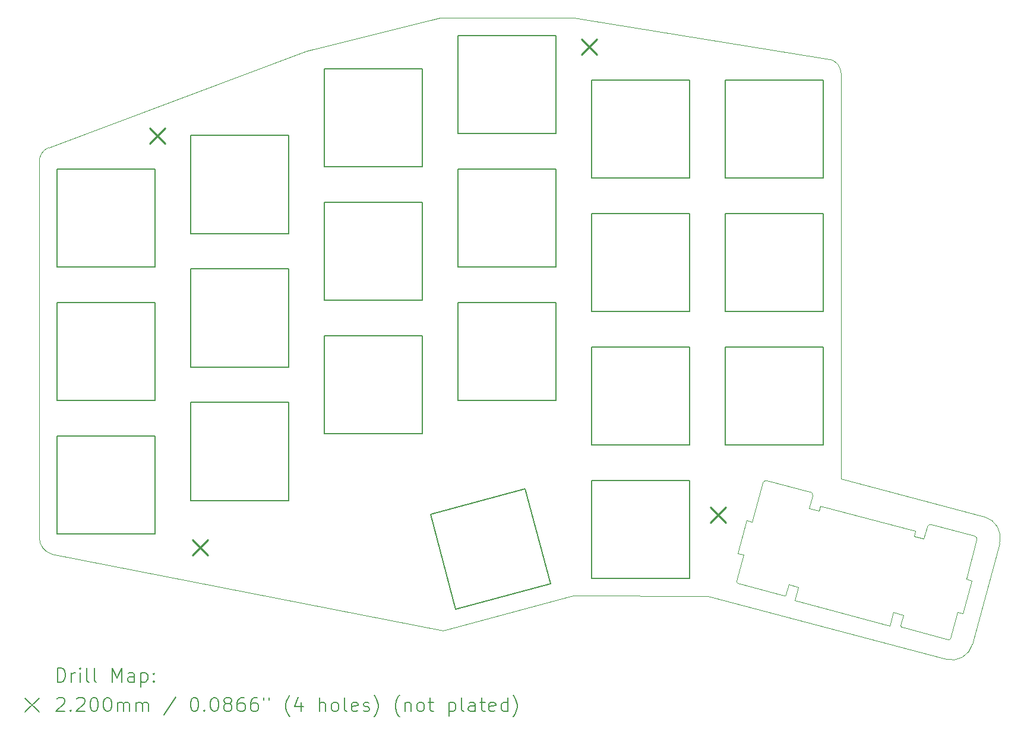
<source format=gbr>
%TF.GenerationSoftware,KiCad,Pcbnew,8.0.4*%
%TF.CreationDate,2024-08-16T14:16:46+09:00*%
%TF.ProjectId,TrueStrike42-top-plate,54727565-5374-4726-996b-6534322d746f,rev?*%
%TF.SameCoordinates,Original*%
%TF.FileFunction,Drillmap*%
%TF.FilePolarity,Positive*%
%FSLAX45Y45*%
G04 Gerber Fmt 4.5, Leading zero omitted, Abs format (unit mm)*
G04 Created by KiCad (PCBNEW 8.0.4) date 2024-08-16 14:16:46*
%MOMM*%
%LPD*%
G01*
G04 APERTURE LIST*
%ADD10C,0.050000*%
%ADD11C,0.150000*%
%ADD12C,0.100000*%
%ADD13C,0.200000*%
%ADD14C,0.220000*%
G04 APERTURE END LIST*
D10*
X12925824Y-11485742D02*
X14967532Y-12033851D01*
X11024956Y-13163819D02*
X14422718Y-14067125D01*
X15183907Y-12408623D02*
X14797490Y-13850750D01*
X12924185Y-5701887D02*
X12925824Y-11485742D01*
X1497040Y-6979324D02*
G75*
G02*
X1629035Y-6762542I210493J20410D01*
G01*
X1671076Y-12564353D02*
X7254005Y-13656603D01*
X12765622Y-5503709D02*
G75*
G02*
X12924188Y-5701887I-52812J-204781D01*
G01*
X14797490Y-13850750D02*
G75*
G02*
X14422720Y-14067120I-295570J79200D01*
G01*
X7208750Y-4910293D02*
X5307772Y-5388600D01*
X9103753Y-13160964D02*
X11024956Y-13163819D01*
X12765622Y-5503709D02*
X9114170Y-4912198D01*
X1671076Y-12564353D02*
G75*
G02*
X1495399Y-12334346I71224J236493D01*
G01*
X7254005Y-13656603D02*
X9103753Y-13160964D01*
X9114170Y-4912198D02*
X7208750Y-4910293D01*
X5307772Y-5388600D02*
X1629035Y-6762543D01*
X14967532Y-12033851D02*
G75*
G02*
X15183899Y-12408621I-79202J-295569D01*
G01*
X1497040Y-6979324D02*
X1495398Y-12334346D01*
D11*
X5557475Y-5638940D02*
X5557475Y-7038940D01*
X5557475Y-7038940D02*
X6957475Y-7038940D01*
X6957475Y-5638940D02*
X5557475Y-5638940D01*
X6957475Y-5638940D02*
X6957475Y-7038940D01*
X9367476Y-9607690D02*
X9367476Y-11007690D01*
X9367476Y-11007690D02*
X10767476Y-11007690D01*
X10767476Y-9607690D02*
X9367476Y-9607690D01*
X10767476Y-9607690D02*
X10767476Y-11007690D01*
X3652474Y-6591439D02*
X3652474Y-7991439D01*
X3652474Y-7991439D02*
X5052474Y-7991439D01*
X5052474Y-6591439D02*
X3652474Y-6591439D01*
X5052474Y-6591439D02*
X5052474Y-7991439D01*
X7462475Y-7067689D02*
X7462475Y-8467689D01*
X7462475Y-8467689D02*
X8862475Y-8467689D01*
X8862475Y-7067689D02*
X7462475Y-7067689D01*
X8862475Y-7067689D02*
X8862475Y-8467689D01*
X3652475Y-8496440D02*
X3652475Y-9896440D01*
X3652475Y-9896440D02*
X5052475Y-9896440D01*
X5052475Y-8496440D02*
X3652475Y-8496440D01*
X5052475Y-8496440D02*
X5052475Y-9896440D01*
D12*
X11431307Y-12950320D02*
X11531453Y-12576567D01*
X11448983Y-12980939D02*
X11439152Y-12975752D01*
X11432705Y-12967158D01*
X11430450Y-12956558D01*
X11431307Y-12950320D01*
X11450763Y-12554945D02*
X11577327Y-12082600D01*
X11531453Y-12576567D02*
X11450763Y-12554945D01*
X11577327Y-12082600D02*
X11658018Y-12104221D01*
X11658018Y-12104221D02*
X11806978Y-11548294D01*
X11806978Y-11548294D02*
X11810567Y-11538824D01*
X11817351Y-11528632D01*
X11826238Y-11520528D01*
X11836748Y-11514790D01*
X11848399Y-11511696D01*
X11860711Y-11511523D01*
X11868215Y-11512938D01*
X11868215Y-11512938D02*
X12479159Y-11676640D01*
X12108222Y-13157581D02*
X11448983Y-12980939D01*
X12138842Y-13139903D02*
X12133655Y-13149734D01*
X12125061Y-13156182D01*
X12114461Y-13158438D01*
X12108222Y-13157581D01*
X12176606Y-12998964D02*
X12138842Y-13139903D01*
X12266187Y-13228057D02*
X12317459Y-13036706D01*
X12317459Y-13036706D02*
X12176606Y-12998964D01*
X12468317Y-11910282D02*
X12609171Y-11948024D01*
X12479159Y-11676640D02*
X12488629Y-11680229D01*
X12498820Y-11687013D01*
X12506924Y-11695900D01*
X12512661Y-11706410D01*
X12515755Y-11718061D01*
X12515927Y-11730374D01*
X12514513Y-11737878D01*
X12514513Y-11737878D02*
X12468317Y-11910282D01*
X12609171Y-11948024D02*
X12628533Y-11875763D01*
X12628533Y-11875763D02*
X13980828Y-12238109D01*
X13618482Y-13590404D02*
X12266187Y-13228057D01*
X13669754Y-13399052D02*
X13618482Y-13590404D01*
X13774753Y-13578244D02*
X13812517Y-13437305D01*
X13792431Y-13608864D02*
X13782599Y-13603677D01*
X13776151Y-13595082D01*
X13773896Y-13584483D01*
X13774753Y-13578244D01*
X13812517Y-13437305D02*
X13669754Y-13399052D01*
X13961466Y-12310370D02*
X14104229Y-12348623D01*
X13980828Y-12238109D02*
X13961466Y-12310370D01*
X14104229Y-12348623D02*
X14150424Y-12176219D01*
X14150424Y-12176219D02*
X14154014Y-12166748D01*
X14160797Y-12156556D01*
X14169685Y-12148452D01*
X14180194Y-12142715D01*
X14191846Y-12139621D01*
X14204157Y-12139448D01*
X14211661Y-12140862D01*
X14211661Y-12140862D02*
X14821679Y-12304316D01*
X14450744Y-13785258D02*
X13792431Y-13608864D01*
X14481364Y-13767580D02*
X14476177Y-13777411D01*
X14467583Y-13783859D01*
X14456983Y-13786115D01*
X14450744Y-13785258D01*
X14581511Y-13393827D02*
X14481364Y-13767580D01*
X14662200Y-13415447D02*
X14581511Y-13393827D01*
X14708075Y-12921482D02*
X14788764Y-12943102D01*
X14788764Y-12943102D02*
X14662200Y-13415447D01*
X14821679Y-12304316D02*
X14831150Y-12307905D01*
X14841342Y-12314689D01*
X14849446Y-12323577D01*
X14855183Y-12334087D01*
X14858277Y-12345738D01*
X14858450Y-12358050D01*
X14857036Y-12365555D01*
X14857036Y-12365555D02*
X14708075Y-12921482D01*
D11*
X9367475Y-11512690D02*
X9367475Y-12912690D01*
X9367475Y-12912690D02*
X10767475Y-12912690D01*
X10767475Y-11512690D02*
X9367475Y-11512690D01*
X10767475Y-11512690D02*
X10767475Y-12912690D01*
X1747475Y-8972690D02*
X1747475Y-10372690D01*
X1747475Y-10372690D02*
X3147475Y-10372690D01*
X3147475Y-8972690D02*
X1747475Y-8972690D01*
X3147475Y-8972690D02*
X3147475Y-10372690D01*
X9367476Y-5797690D02*
X9367476Y-7197690D01*
X9367476Y-7197690D02*
X10767476Y-7197690D01*
X10767476Y-5797690D02*
X9367476Y-5797690D01*
X10767476Y-5797690D02*
X10767476Y-7197690D01*
X5557476Y-9448940D02*
X5557476Y-10848940D01*
X5557476Y-10848940D02*
X6957476Y-10848940D01*
X6957476Y-9448940D02*
X5557476Y-9448940D01*
X6957476Y-9448940D02*
X6957476Y-10848940D01*
X11272476Y-7702691D02*
X11272476Y-9102691D01*
X11272476Y-9102691D02*
X12672476Y-9102691D01*
X12672476Y-7702691D02*
X11272476Y-7702691D01*
X12672476Y-7702691D02*
X12672476Y-9102691D01*
X1747475Y-7067689D02*
X1747475Y-8467689D01*
X1747475Y-8467689D02*
X3147475Y-8467689D01*
X3147475Y-7067689D02*
X1747475Y-7067689D01*
X3147475Y-7067689D02*
X3147475Y-8467689D01*
X1747475Y-10877690D02*
X1747475Y-12277690D01*
X1747475Y-12277690D02*
X3147475Y-12277690D01*
X3147475Y-10877690D02*
X1747475Y-10877690D01*
X3147475Y-10877690D02*
X3147475Y-12277690D01*
X5557475Y-7543941D02*
X5557475Y-8943941D01*
X5557475Y-8943941D02*
X6957475Y-8943941D01*
X6957475Y-7543941D02*
X5557475Y-7543941D01*
X6957475Y-7543941D02*
X6957475Y-8943941D01*
X7462476Y-8972690D02*
X7462476Y-10372690D01*
X7462476Y-10372690D02*
X8862476Y-10372690D01*
X8862476Y-8972690D02*
X7462476Y-8972690D01*
X8862476Y-8972690D02*
X8862476Y-10372690D01*
X3652474Y-10401440D02*
X3652474Y-11801440D01*
X3652474Y-11801440D02*
X5052475Y-11801440D01*
X5052475Y-10401440D02*
X3652474Y-10401440D01*
X5052475Y-10401440D02*
X5052475Y-11801440D01*
X7069471Y-11997843D02*
X7431818Y-13350139D01*
X7431818Y-13350139D02*
X8784114Y-12987792D01*
X8421767Y-11635496D02*
X7069471Y-11997843D01*
X8421767Y-11635496D02*
X8784114Y-12987792D01*
X11272475Y-9607689D02*
X11272475Y-11007689D01*
X11272475Y-11007689D02*
X12672475Y-11007689D01*
X12672475Y-9607689D02*
X11272475Y-9607689D01*
X12672475Y-9607689D02*
X12672475Y-11007689D01*
X9367475Y-7702689D02*
X9367475Y-9102690D01*
X9367475Y-9102690D02*
X10767475Y-9102690D01*
X10767475Y-7702689D02*
X9367475Y-7702689D01*
X10767475Y-7702689D02*
X10767475Y-9102690D01*
X7462474Y-5162689D02*
X7462474Y-6562689D01*
X7462474Y-6562689D02*
X8862474Y-6562689D01*
X8862474Y-5162689D02*
X7462474Y-5162689D01*
X8862474Y-5162689D02*
X8862474Y-6562689D01*
X11272475Y-5797691D02*
X11272475Y-7197691D01*
X11272475Y-7197691D02*
X12672475Y-7197691D01*
X12672475Y-5797691D02*
X11272475Y-5797691D01*
X12672475Y-5797691D02*
X12672475Y-7197691D01*
D13*
D14*
X3072014Y-6490066D02*
X3292014Y-6710066D01*
X3292014Y-6490066D02*
X3072014Y-6710066D01*
X3682618Y-12362114D02*
X3902618Y-12582114D01*
X3902618Y-12362114D02*
X3682618Y-12582114D01*
X9221543Y-5215003D02*
X9441543Y-5435003D01*
X9441543Y-5215003D02*
X9221543Y-5435003D01*
X11061972Y-11894255D02*
X11281972Y-12114255D01*
X11281972Y-11894255D02*
X11061972Y-12114255D01*
D13*
X1753675Y-14391531D02*
X1753675Y-14191531D01*
X1753675Y-14191531D02*
X1801294Y-14191531D01*
X1801294Y-14191531D02*
X1829866Y-14201055D01*
X1829866Y-14201055D02*
X1848913Y-14220103D01*
X1848913Y-14220103D02*
X1858437Y-14239150D01*
X1858437Y-14239150D02*
X1867961Y-14277246D01*
X1867961Y-14277246D02*
X1867961Y-14305817D01*
X1867961Y-14305817D02*
X1858437Y-14343912D01*
X1858437Y-14343912D02*
X1848913Y-14362960D01*
X1848913Y-14362960D02*
X1829866Y-14382008D01*
X1829866Y-14382008D02*
X1801294Y-14391531D01*
X1801294Y-14391531D02*
X1753675Y-14391531D01*
X1953675Y-14391531D02*
X1953675Y-14258198D01*
X1953675Y-14296293D02*
X1963199Y-14277246D01*
X1963199Y-14277246D02*
X1972723Y-14267722D01*
X1972723Y-14267722D02*
X1991770Y-14258198D01*
X1991770Y-14258198D02*
X2010818Y-14258198D01*
X2077485Y-14391531D02*
X2077485Y-14258198D01*
X2077485Y-14191531D02*
X2067961Y-14201055D01*
X2067961Y-14201055D02*
X2077485Y-14210579D01*
X2077485Y-14210579D02*
X2087008Y-14201055D01*
X2087008Y-14201055D02*
X2077485Y-14191531D01*
X2077485Y-14191531D02*
X2077485Y-14210579D01*
X2201294Y-14391531D02*
X2182247Y-14382008D01*
X2182247Y-14382008D02*
X2172723Y-14362960D01*
X2172723Y-14362960D02*
X2172723Y-14191531D01*
X2306056Y-14391531D02*
X2287008Y-14382008D01*
X2287008Y-14382008D02*
X2277485Y-14362960D01*
X2277485Y-14362960D02*
X2277485Y-14191531D01*
X2534628Y-14391531D02*
X2534628Y-14191531D01*
X2534628Y-14191531D02*
X2601294Y-14334388D01*
X2601294Y-14334388D02*
X2667961Y-14191531D01*
X2667961Y-14191531D02*
X2667961Y-14391531D01*
X2848913Y-14391531D02*
X2848913Y-14286769D01*
X2848913Y-14286769D02*
X2839389Y-14267722D01*
X2839389Y-14267722D02*
X2820342Y-14258198D01*
X2820342Y-14258198D02*
X2782247Y-14258198D01*
X2782247Y-14258198D02*
X2763199Y-14267722D01*
X2848913Y-14382008D02*
X2829866Y-14391531D01*
X2829866Y-14391531D02*
X2782247Y-14391531D01*
X2782247Y-14391531D02*
X2763199Y-14382008D01*
X2763199Y-14382008D02*
X2753675Y-14362960D01*
X2753675Y-14362960D02*
X2753675Y-14343912D01*
X2753675Y-14343912D02*
X2763199Y-14324865D01*
X2763199Y-14324865D02*
X2782247Y-14315341D01*
X2782247Y-14315341D02*
X2829866Y-14315341D01*
X2829866Y-14315341D02*
X2848913Y-14305817D01*
X2944151Y-14258198D02*
X2944151Y-14458198D01*
X2944151Y-14267722D02*
X2963199Y-14258198D01*
X2963199Y-14258198D02*
X3001294Y-14258198D01*
X3001294Y-14258198D02*
X3020342Y-14267722D01*
X3020342Y-14267722D02*
X3029866Y-14277246D01*
X3029866Y-14277246D02*
X3039389Y-14296293D01*
X3039389Y-14296293D02*
X3039389Y-14353436D01*
X3039389Y-14353436D02*
X3029866Y-14372484D01*
X3029866Y-14372484D02*
X3020342Y-14382008D01*
X3020342Y-14382008D02*
X3001294Y-14391531D01*
X3001294Y-14391531D02*
X2963199Y-14391531D01*
X2963199Y-14391531D02*
X2944151Y-14382008D01*
X3125104Y-14372484D02*
X3134627Y-14382008D01*
X3134627Y-14382008D02*
X3125104Y-14391531D01*
X3125104Y-14391531D02*
X3115580Y-14382008D01*
X3115580Y-14382008D02*
X3125104Y-14372484D01*
X3125104Y-14372484D02*
X3125104Y-14391531D01*
X3125104Y-14267722D02*
X3134627Y-14277246D01*
X3134627Y-14277246D02*
X3125104Y-14286769D01*
X3125104Y-14286769D02*
X3115580Y-14277246D01*
X3115580Y-14277246D02*
X3125104Y-14267722D01*
X3125104Y-14267722D02*
X3125104Y-14286769D01*
X1292898Y-14620048D02*
X1492898Y-14820048D01*
X1492898Y-14620048D02*
X1292898Y-14820048D01*
X1744151Y-14630579D02*
X1753675Y-14621055D01*
X1753675Y-14621055D02*
X1772723Y-14611531D01*
X1772723Y-14611531D02*
X1820342Y-14611531D01*
X1820342Y-14611531D02*
X1839389Y-14621055D01*
X1839389Y-14621055D02*
X1848913Y-14630579D01*
X1848913Y-14630579D02*
X1858437Y-14649627D01*
X1858437Y-14649627D02*
X1858437Y-14668674D01*
X1858437Y-14668674D02*
X1848913Y-14697246D01*
X1848913Y-14697246D02*
X1734627Y-14811531D01*
X1734627Y-14811531D02*
X1858437Y-14811531D01*
X1944151Y-14792484D02*
X1953675Y-14802008D01*
X1953675Y-14802008D02*
X1944151Y-14811531D01*
X1944151Y-14811531D02*
X1934627Y-14802008D01*
X1934627Y-14802008D02*
X1944151Y-14792484D01*
X1944151Y-14792484D02*
X1944151Y-14811531D01*
X2029866Y-14630579D02*
X2039389Y-14621055D01*
X2039389Y-14621055D02*
X2058437Y-14611531D01*
X2058437Y-14611531D02*
X2106056Y-14611531D01*
X2106056Y-14611531D02*
X2125104Y-14621055D01*
X2125104Y-14621055D02*
X2134628Y-14630579D01*
X2134628Y-14630579D02*
X2144151Y-14649627D01*
X2144151Y-14649627D02*
X2144151Y-14668674D01*
X2144151Y-14668674D02*
X2134628Y-14697246D01*
X2134628Y-14697246D02*
X2020342Y-14811531D01*
X2020342Y-14811531D02*
X2144151Y-14811531D01*
X2267961Y-14611531D02*
X2287009Y-14611531D01*
X2287009Y-14611531D02*
X2306056Y-14621055D01*
X2306056Y-14621055D02*
X2315580Y-14630579D01*
X2315580Y-14630579D02*
X2325104Y-14649627D01*
X2325104Y-14649627D02*
X2334628Y-14687722D01*
X2334628Y-14687722D02*
X2334628Y-14735341D01*
X2334628Y-14735341D02*
X2325104Y-14773436D01*
X2325104Y-14773436D02*
X2315580Y-14792484D01*
X2315580Y-14792484D02*
X2306056Y-14802008D01*
X2306056Y-14802008D02*
X2287009Y-14811531D01*
X2287009Y-14811531D02*
X2267961Y-14811531D01*
X2267961Y-14811531D02*
X2248913Y-14802008D01*
X2248913Y-14802008D02*
X2239389Y-14792484D01*
X2239389Y-14792484D02*
X2229866Y-14773436D01*
X2229866Y-14773436D02*
X2220342Y-14735341D01*
X2220342Y-14735341D02*
X2220342Y-14687722D01*
X2220342Y-14687722D02*
X2229866Y-14649627D01*
X2229866Y-14649627D02*
X2239389Y-14630579D01*
X2239389Y-14630579D02*
X2248913Y-14621055D01*
X2248913Y-14621055D02*
X2267961Y-14611531D01*
X2458437Y-14611531D02*
X2477485Y-14611531D01*
X2477485Y-14611531D02*
X2496532Y-14621055D01*
X2496532Y-14621055D02*
X2506056Y-14630579D01*
X2506056Y-14630579D02*
X2515580Y-14649627D01*
X2515580Y-14649627D02*
X2525104Y-14687722D01*
X2525104Y-14687722D02*
X2525104Y-14735341D01*
X2525104Y-14735341D02*
X2515580Y-14773436D01*
X2515580Y-14773436D02*
X2506056Y-14792484D01*
X2506056Y-14792484D02*
X2496532Y-14802008D01*
X2496532Y-14802008D02*
X2477485Y-14811531D01*
X2477485Y-14811531D02*
X2458437Y-14811531D01*
X2458437Y-14811531D02*
X2439389Y-14802008D01*
X2439389Y-14802008D02*
X2429866Y-14792484D01*
X2429866Y-14792484D02*
X2420342Y-14773436D01*
X2420342Y-14773436D02*
X2410818Y-14735341D01*
X2410818Y-14735341D02*
X2410818Y-14687722D01*
X2410818Y-14687722D02*
X2420342Y-14649627D01*
X2420342Y-14649627D02*
X2429866Y-14630579D01*
X2429866Y-14630579D02*
X2439389Y-14621055D01*
X2439389Y-14621055D02*
X2458437Y-14611531D01*
X2610818Y-14811531D02*
X2610818Y-14678198D01*
X2610818Y-14697246D02*
X2620342Y-14687722D01*
X2620342Y-14687722D02*
X2639389Y-14678198D01*
X2639389Y-14678198D02*
X2667961Y-14678198D01*
X2667961Y-14678198D02*
X2687009Y-14687722D01*
X2687009Y-14687722D02*
X2696532Y-14706769D01*
X2696532Y-14706769D02*
X2696532Y-14811531D01*
X2696532Y-14706769D02*
X2706056Y-14687722D01*
X2706056Y-14687722D02*
X2725104Y-14678198D01*
X2725104Y-14678198D02*
X2753675Y-14678198D01*
X2753675Y-14678198D02*
X2772723Y-14687722D01*
X2772723Y-14687722D02*
X2782247Y-14706769D01*
X2782247Y-14706769D02*
X2782247Y-14811531D01*
X2877485Y-14811531D02*
X2877485Y-14678198D01*
X2877485Y-14697246D02*
X2887008Y-14687722D01*
X2887008Y-14687722D02*
X2906056Y-14678198D01*
X2906056Y-14678198D02*
X2934628Y-14678198D01*
X2934628Y-14678198D02*
X2953675Y-14687722D01*
X2953675Y-14687722D02*
X2963199Y-14706769D01*
X2963199Y-14706769D02*
X2963199Y-14811531D01*
X2963199Y-14706769D02*
X2972723Y-14687722D01*
X2972723Y-14687722D02*
X2991770Y-14678198D01*
X2991770Y-14678198D02*
X3020342Y-14678198D01*
X3020342Y-14678198D02*
X3039389Y-14687722D01*
X3039389Y-14687722D02*
X3048913Y-14706769D01*
X3048913Y-14706769D02*
X3048913Y-14811531D01*
X3439389Y-14602008D02*
X3267961Y-14859150D01*
X3696532Y-14611531D02*
X3715580Y-14611531D01*
X3715580Y-14611531D02*
X3734628Y-14621055D01*
X3734628Y-14621055D02*
X3744151Y-14630579D01*
X3744151Y-14630579D02*
X3753675Y-14649627D01*
X3753675Y-14649627D02*
X3763199Y-14687722D01*
X3763199Y-14687722D02*
X3763199Y-14735341D01*
X3763199Y-14735341D02*
X3753675Y-14773436D01*
X3753675Y-14773436D02*
X3744151Y-14792484D01*
X3744151Y-14792484D02*
X3734628Y-14802008D01*
X3734628Y-14802008D02*
X3715580Y-14811531D01*
X3715580Y-14811531D02*
X3696532Y-14811531D01*
X3696532Y-14811531D02*
X3677485Y-14802008D01*
X3677485Y-14802008D02*
X3667961Y-14792484D01*
X3667961Y-14792484D02*
X3658437Y-14773436D01*
X3658437Y-14773436D02*
X3648913Y-14735341D01*
X3648913Y-14735341D02*
X3648913Y-14687722D01*
X3648913Y-14687722D02*
X3658437Y-14649627D01*
X3658437Y-14649627D02*
X3667961Y-14630579D01*
X3667961Y-14630579D02*
X3677485Y-14621055D01*
X3677485Y-14621055D02*
X3696532Y-14611531D01*
X3848913Y-14792484D02*
X3858437Y-14802008D01*
X3858437Y-14802008D02*
X3848913Y-14811531D01*
X3848913Y-14811531D02*
X3839390Y-14802008D01*
X3839390Y-14802008D02*
X3848913Y-14792484D01*
X3848913Y-14792484D02*
X3848913Y-14811531D01*
X3982247Y-14611531D02*
X4001294Y-14611531D01*
X4001294Y-14611531D02*
X4020342Y-14621055D01*
X4020342Y-14621055D02*
X4029866Y-14630579D01*
X4029866Y-14630579D02*
X4039390Y-14649627D01*
X4039390Y-14649627D02*
X4048913Y-14687722D01*
X4048913Y-14687722D02*
X4048913Y-14735341D01*
X4048913Y-14735341D02*
X4039390Y-14773436D01*
X4039390Y-14773436D02*
X4029866Y-14792484D01*
X4029866Y-14792484D02*
X4020342Y-14802008D01*
X4020342Y-14802008D02*
X4001294Y-14811531D01*
X4001294Y-14811531D02*
X3982247Y-14811531D01*
X3982247Y-14811531D02*
X3963199Y-14802008D01*
X3963199Y-14802008D02*
X3953675Y-14792484D01*
X3953675Y-14792484D02*
X3944151Y-14773436D01*
X3944151Y-14773436D02*
X3934628Y-14735341D01*
X3934628Y-14735341D02*
X3934628Y-14687722D01*
X3934628Y-14687722D02*
X3944151Y-14649627D01*
X3944151Y-14649627D02*
X3953675Y-14630579D01*
X3953675Y-14630579D02*
X3963199Y-14621055D01*
X3963199Y-14621055D02*
X3982247Y-14611531D01*
X4163199Y-14697246D02*
X4144151Y-14687722D01*
X4144151Y-14687722D02*
X4134628Y-14678198D01*
X4134628Y-14678198D02*
X4125104Y-14659150D01*
X4125104Y-14659150D02*
X4125104Y-14649627D01*
X4125104Y-14649627D02*
X4134628Y-14630579D01*
X4134628Y-14630579D02*
X4144151Y-14621055D01*
X4144151Y-14621055D02*
X4163199Y-14611531D01*
X4163199Y-14611531D02*
X4201294Y-14611531D01*
X4201294Y-14611531D02*
X4220342Y-14621055D01*
X4220342Y-14621055D02*
X4229866Y-14630579D01*
X4229866Y-14630579D02*
X4239390Y-14649627D01*
X4239390Y-14649627D02*
X4239390Y-14659150D01*
X4239390Y-14659150D02*
X4229866Y-14678198D01*
X4229866Y-14678198D02*
X4220342Y-14687722D01*
X4220342Y-14687722D02*
X4201294Y-14697246D01*
X4201294Y-14697246D02*
X4163199Y-14697246D01*
X4163199Y-14697246D02*
X4144151Y-14706769D01*
X4144151Y-14706769D02*
X4134628Y-14716293D01*
X4134628Y-14716293D02*
X4125104Y-14735341D01*
X4125104Y-14735341D02*
X4125104Y-14773436D01*
X4125104Y-14773436D02*
X4134628Y-14792484D01*
X4134628Y-14792484D02*
X4144151Y-14802008D01*
X4144151Y-14802008D02*
X4163199Y-14811531D01*
X4163199Y-14811531D02*
X4201294Y-14811531D01*
X4201294Y-14811531D02*
X4220342Y-14802008D01*
X4220342Y-14802008D02*
X4229866Y-14792484D01*
X4229866Y-14792484D02*
X4239390Y-14773436D01*
X4239390Y-14773436D02*
X4239390Y-14735341D01*
X4239390Y-14735341D02*
X4229866Y-14716293D01*
X4229866Y-14716293D02*
X4220342Y-14706769D01*
X4220342Y-14706769D02*
X4201294Y-14697246D01*
X4410818Y-14611531D02*
X4372723Y-14611531D01*
X4372723Y-14611531D02*
X4353675Y-14621055D01*
X4353675Y-14621055D02*
X4344152Y-14630579D01*
X4344152Y-14630579D02*
X4325104Y-14659150D01*
X4325104Y-14659150D02*
X4315580Y-14697246D01*
X4315580Y-14697246D02*
X4315580Y-14773436D01*
X4315580Y-14773436D02*
X4325104Y-14792484D01*
X4325104Y-14792484D02*
X4334628Y-14802008D01*
X4334628Y-14802008D02*
X4353675Y-14811531D01*
X4353675Y-14811531D02*
X4391771Y-14811531D01*
X4391771Y-14811531D02*
X4410818Y-14802008D01*
X4410818Y-14802008D02*
X4420342Y-14792484D01*
X4420342Y-14792484D02*
X4429866Y-14773436D01*
X4429866Y-14773436D02*
X4429866Y-14725817D01*
X4429866Y-14725817D02*
X4420342Y-14706769D01*
X4420342Y-14706769D02*
X4410818Y-14697246D01*
X4410818Y-14697246D02*
X4391771Y-14687722D01*
X4391771Y-14687722D02*
X4353675Y-14687722D01*
X4353675Y-14687722D02*
X4334628Y-14697246D01*
X4334628Y-14697246D02*
X4325104Y-14706769D01*
X4325104Y-14706769D02*
X4315580Y-14725817D01*
X4601294Y-14611531D02*
X4563199Y-14611531D01*
X4563199Y-14611531D02*
X4544152Y-14621055D01*
X4544152Y-14621055D02*
X4534628Y-14630579D01*
X4534628Y-14630579D02*
X4515580Y-14659150D01*
X4515580Y-14659150D02*
X4506056Y-14697246D01*
X4506056Y-14697246D02*
X4506056Y-14773436D01*
X4506056Y-14773436D02*
X4515580Y-14792484D01*
X4515580Y-14792484D02*
X4525104Y-14802008D01*
X4525104Y-14802008D02*
X4544152Y-14811531D01*
X4544152Y-14811531D02*
X4582247Y-14811531D01*
X4582247Y-14811531D02*
X4601294Y-14802008D01*
X4601294Y-14802008D02*
X4610818Y-14792484D01*
X4610818Y-14792484D02*
X4620342Y-14773436D01*
X4620342Y-14773436D02*
X4620342Y-14725817D01*
X4620342Y-14725817D02*
X4610818Y-14706769D01*
X4610818Y-14706769D02*
X4601294Y-14697246D01*
X4601294Y-14697246D02*
X4582247Y-14687722D01*
X4582247Y-14687722D02*
X4544152Y-14687722D01*
X4544152Y-14687722D02*
X4525104Y-14697246D01*
X4525104Y-14697246D02*
X4515580Y-14706769D01*
X4515580Y-14706769D02*
X4506056Y-14725817D01*
X4696533Y-14611531D02*
X4696533Y-14649627D01*
X4772723Y-14611531D02*
X4772723Y-14649627D01*
X5067961Y-14887722D02*
X5058437Y-14878198D01*
X5058437Y-14878198D02*
X5039390Y-14849627D01*
X5039390Y-14849627D02*
X5029866Y-14830579D01*
X5029866Y-14830579D02*
X5020342Y-14802008D01*
X5020342Y-14802008D02*
X5010818Y-14754388D01*
X5010818Y-14754388D02*
X5010818Y-14716293D01*
X5010818Y-14716293D02*
X5020342Y-14668674D01*
X5020342Y-14668674D02*
X5029866Y-14640103D01*
X5029866Y-14640103D02*
X5039390Y-14621055D01*
X5039390Y-14621055D02*
X5058437Y-14592484D01*
X5058437Y-14592484D02*
X5067961Y-14582960D01*
X5229866Y-14678198D02*
X5229866Y-14811531D01*
X5182247Y-14602008D02*
X5134628Y-14744865D01*
X5134628Y-14744865D02*
X5258437Y-14744865D01*
X5487009Y-14811531D02*
X5487009Y-14611531D01*
X5572723Y-14811531D02*
X5572723Y-14706769D01*
X5572723Y-14706769D02*
X5563199Y-14687722D01*
X5563199Y-14687722D02*
X5544152Y-14678198D01*
X5544152Y-14678198D02*
X5515580Y-14678198D01*
X5515580Y-14678198D02*
X5496533Y-14687722D01*
X5496533Y-14687722D02*
X5487009Y-14697246D01*
X5696533Y-14811531D02*
X5677485Y-14802008D01*
X5677485Y-14802008D02*
X5667961Y-14792484D01*
X5667961Y-14792484D02*
X5658437Y-14773436D01*
X5658437Y-14773436D02*
X5658437Y-14716293D01*
X5658437Y-14716293D02*
X5667961Y-14697246D01*
X5667961Y-14697246D02*
X5677485Y-14687722D01*
X5677485Y-14687722D02*
X5696533Y-14678198D01*
X5696533Y-14678198D02*
X5725104Y-14678198D01*
X5725104Y-14678198D02*
X5744152Y-14687722D01*
X5744152Y-14687722D02*
X5753675Y-14697246D01*
X5753675Y-14697246D02*
X5763199Y-14716293D01*
X5763199Y-14716293D02*
X5763199Y-14773436D01*
X5763199Y-14773436D02*
X5753675Y-14792484D01*
X5753675Y-14792484D02*
X5744152Y-14802008D01*
X5744152Y-14802008D02*
X5725104Y-14811531D01*
X5725104Y-14811531D02*
X5696533Y-14811531D01*
X5877485Y-14811531D02*
X5858437Y-14802008D01*
X5858437Y-14802008D02*
X5848914Y-14782960D01*
X5848914Y-14782960D02*
X5848914Y-14611531D01*
X6029866Y-14802008D02*
X6010818Y-14811531D01*
X6010818Y-14811531D02*
X5972723Y-14811531D01*
X5972723Y-14811531D02*
X5953675Y-14802008D01*
X5953675Y-14802008D02*
X5944152Y-14782960D01*
X5944152Y-14782960D02*
X5944152Y-14706769D01*
X5944152Y-14706769D02*
X5953675Y-14687722D01*
X5953675Y-14687722D02*
X5972723Y-14678198D01*
X5972723Y-14678198D02*
X6010818Y-14678198D01*
X6010818Y-14678198D02*
X6029866Y-14687722D01*
X6029866Y-14687722D02*
X6039390Y-14706769D01*
X6039390Y-14706769D02*
X6039390Y-14725817D01*
X6039390Y-14725817D02*
X5944152Y-14744865D01*
X6115580Y-14802008D02*
X6134628Y-14811531D01*
X6134628Y-14811531D02*
X6172723Y-14811531D01*
X6172723Y-14811531D02*
X6191771Y-14802008D01*
X6191771Y-14802008D02*
X6201295Y-14782960D01*
X6201295Y-14782960D02*
X6201295Y-14773436D01*
X6201295Y-14773436D02*
X6191771Y-14754388D01*
X6191771Y-14754388D02*
X6172723Y-14744865D01*
X6172723Y-14744865D02*
X6144152Y-14744865D01*
X6144152Y-14744865D02*
X6125104Y-14735341D01*
X6125104Y-14735341D02*
X6115580Y-14716293D01*
X6115580Y-14716293D02*
X6115580Y-14706769D01*
X6115580Y-14706769D02*
X6125104Y-14687722D01*
X6125104Y-14687722D02*
X6144152Y-14678198D01*
X6144152Y-14678198D02*
X6172723Y-14678198D01*
X6172723Y-14678198D02*
X6191771Y-14687722D01*
X6267961Y-14887722D02*
X6277485Y-14878198D01*
X6277485Y-14878198D02*
X6296533Y-14849627D01*
X6296533Y-14849627D02*
X6306056Y-14830579D01*
X6306056Y-14830579D02*
X6315580Y-14802008D01*
X6315580Y-14802008D02*
X6325104Y-14754388D01*
X6325104Y-14754388D02*
X6325104Y-14716293D01*
X6325104Y-14716293D02*
X6315580Y-14668674D01*
X6315580Y-14668674D02*
X6306056Y-14640103D01*
X6306056Y-14640103D02*
X6296533Y-14621055D01*
X6296533Y-14621055D02*
X6277485Y-14592484D01*
X6277485Y-14592484D02*
X6267961Y-14582960D01*
X6629866Y-14887722D02*
X6620342Y-14878198D01*
X6620342Y-14878198D02*
X6601295Y-14849627D01*
X6601295Y-14849627D02*
X6591771Y-14830579D01*
X6591771Y-14830579D02*
X6582247Y-14802008D01*
X6582247Y-14802008D02*
X6572723Y-14754388D01*
X6572723Y-14754388D02*
X6572723Y-14716293D01*
X6572723Y-14716293D02*
X6582247Y-14668674D01*
X6582247Y-14668674D02*
X6591771Y-14640103D01*
X6591771Y-14640103D02*
X6601295Y-14621055D01*
X6601295Y-14621055D02*
X6620342Y-14592484D01*
X6620342Y-14592484D02*
X6629866Y-14582960D01*
X6706056Y-14678198D02*
X6706056Y-14811531D01*
X6706056Y-14697246D02*
X6715580Y-14687722D01*
X6715580Y-14687722D02*
X6734628Y-14678198D01*
X6734628Y-14678198D02*
X6763199Y-14678198D01*
X6763199Y-14678198D02*
X6782247Y-14687722D01*
X6782247Y-14687722D02*
X6791771Y-14706769D01*
X6791771Y-14706769D02*
X6791771Y-14811531D01*
X6915580Y-14811531D02*
X6896533Y-14802008D01*
X6896533Y-14802008D02*
X6887009Y-14792484D01*
X6887009Y-14792484D02*
X6877485Y-14773436D01*
X6877485Y-14773436D02*
X6877485Y-14716293D01*
X6877485Y-14716293D02*
X6887009Y-14697246D01*
X6887009Y-14697246D02*
X6896533Y-14687722D01*
X6896533Y-14687722D02*
X6915580Y-14678198D01*
X6915580Y-14678198D02*
X6944152Y-14678198D01*
X6944152Y-14678198D02*
X6963199Y-14687722D01*
X6963199Y-14687722D02*
X6972723Y-14697246D01*
X6972723Y-14697246D02*
X6982247Y-14716293D01*
X6982247Y-14716293D02*
X6982247Y-14773436D01*
X6982247Y-14773436D02*
X6972723Y-14792484D01*
X6972723Y-14792484D02*
X6963199Y-14802008D01*
X6963199Y-14802008D02*
X6944152Y-14811531D01*
X6944152Y-14811531D02*
X6915580Y-14811531D01*
X7039390Y-14678198D02*
X7115580Y-14678198D01*
X7067961Y-14611531D02*
X7067961Y-14782960D01*
X7067961Y-14782960D02*
X7077485Y-14802008D01*
X7077485Y-14802008D02*
X7096533Y-14811531D01*
X7096533Y-14811531D02*
X7115580Y-14811531D01*
X7334628Y-14678198D02*
X7334628Y-14878198D01*
X7334628Y-14687722D02*
X7353676Y-14678198D01*
X7353676Y-14678198D02*
X7391771Y-14678198D01*
X7391771Y-14678198D02*
X7410818Y-14687722D01*
X7410818Y-14687722D02*
X7420342Y-14697246D01*
X7420342Y-14697246D02*
X7429866Y-14716293D01*
X7429866Y-14716293D02*
X7429866Y-14773436D01*
X7429866Y-14773436D02*
X7420342Y-14792484D01*
X7420342Y-14792484D02*
X7410818Y-14802008D01*
X7410818Y-14802008D02*
X7391771Y-14811531D01*
X7391771Y-14811531D02*
X7353676Y-14811531D01*
X7353676Y-14811531D02*
X7334628Y-14802008D01*
X7544152Y-14811531D02*
X7525104Y-14802008D01*
X7525104Y-14802008D02*
X7515580Y-14782960D01*
X7515580Y-14782960D02*
X7515580Y-14611531D01*
X7706057Y-14811531D02*
X7706057Y-14706769D01*
X7706057Y-14706769D02*
X7696533Y-14687722D01*
X7696533Y-14687722D02*
X7677485Y-14678198D01*
X7677485Y-14678198D02*
X7639390Y-14678198D01*
X7639390Y-14678198D02*
X7620342Y-14687722D01*
X7706057Y-14802008D02*
X7687009Y-14811531D01*
X7687009Y-14811531D02*
X7639390Y-14811531D01*
X7639390Y-14811531D02*
X7620342Y-14802008D01*
X7620342Y-14802008D02*
X7610818Y-14782960D01*
X7610818Y-14782960D02*
X7610818Y-14763912D01*
X7610818Y-14763912D02*
X7620342Y-14744865D01*
X7620342Y-14744865D02*
X7639390Y-14735341D01*
X7639390Y-14735341D02*
X7687009Y-14735341D01*
X7687009Y-14735341D02*
X7706057Y-14725817D01*
X7772723Y-14678198D02*
X7848914Y-14678198D01*
X7801295Y-14611531D02*
X7801295Y-14782960D01*
X7801295Y-14782960D02*
X7810818Y-14802008D01*
X7810818Y-14802008D02*
X7829866Y-14811531D01*
X7829866Y-14811531D02*
X7848914Y-14811531D01*
X7991771Y-14802008D02*
X7972723Y-14811531D01*
X7972723Y-14811531D02*
X7934628Y-14811531D01*
X7934628Y-14811531D02*
X7915580Y-14802008D01*
X7915580Y-14802008D02*
X7906057Y-14782960D01*
X7906057Y-14782960D02*
X7906057Y-14706769D01*
X7906057Y-14706769D02*
X7915580Y-14687722D01*
X7915580Y-14687722D02*
X7934628Y-14678198D01*
X7934628Y-14678198D02*
X7972723Y-14678198D01*
X7972723Y-14678198D02*
X7991771Y-14687722D01*
X7991771Y-14687722D02*
X8001295Y-14706769D01*
X8001295Y-14706769D02*
X8001295Y-14725817D01*
X8001295Y-14725817D02*
X7906057Y-14744865D01*
X8172723Y-14811531D02*
X8172723Y-14611531D01*
X8172723Y-14802008D02*
X8153676Y-14811531D01*
X8153676Y-14811531D02*
X8115580Y-14811531D01*
X8115580Y-14811531D02*
X8096533Y-14802008D01*
X8096533Y-14802008D02*
X8087009Y-14792484D01*
X8087009Y-14792484D02*
X8077485Y-14773436D01*
X8077485Y-14773436D02*
X8077485Y-14716293D01*
X8077485Y-14716293D02*
X8087009Y-14697246D01*
X8087009Y-14697246D02*
X8096533Y-14687722D01*
X8096533Y-14687722D02*
X8115580Y-14678198D01*
X8115580Y-14678198D02*
X8153676Y-14678198D01*
X8153676Y-14678198D02*
X8172723Y-14687722D01*
X8248914Y-14887722D02*
X8258438Y-14878198D01*
X8258438Y-14878198D02*
X8277485Y-14849627D01*
X8277485Y-14849627D02*
X8287009Y-14830579D01*
X8287009Y-14830579D02*
X8296533Y-14802008D01*
X8296533Y-14802008D02*
X8306057Y-14754388D01*
X8306057Y-14754388D02*
X8306057Y-14716293D01*
X8306057Y-14716293D02*
X8296533Y-14668674D01*
X8296533Y-14668674D02*
X8287009Y-14640103D01*
X8287009Y-14640103D02*
X8277485Y-14621055D01*
X8277485Y-14621055D02*
X8258438Y-14592484D01*
X8258438Y-14592484D02*
X8248914Y-14582960D01*
M02*

</source>
